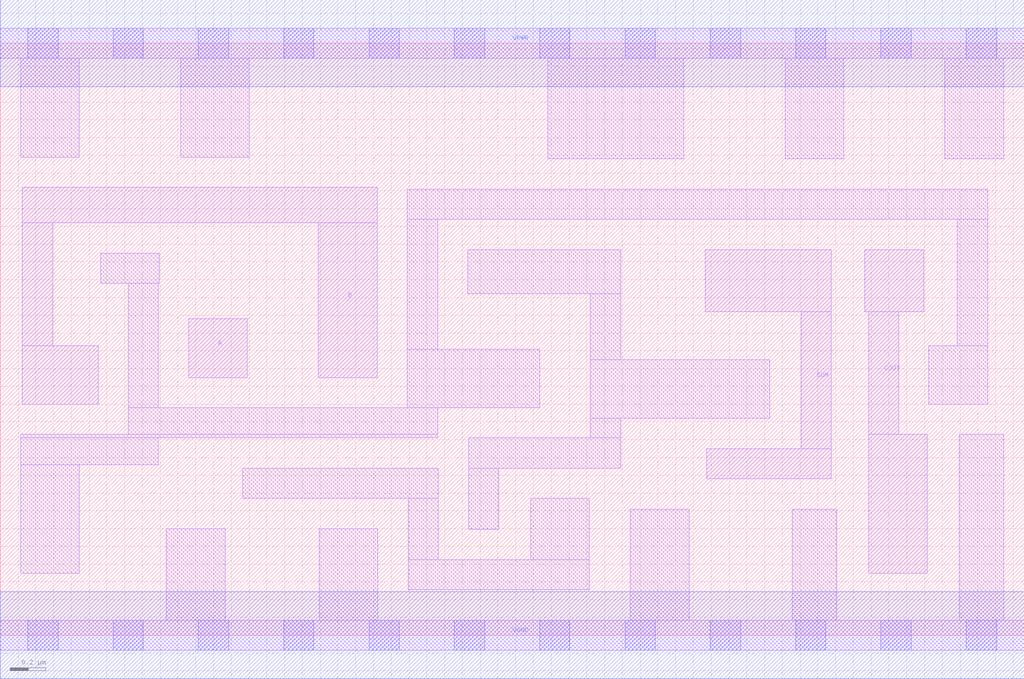
<source format=lef>
# Copyright 2020 The SkyWater PDK Authors
#
# Licensed under the Apache License, Version 2.0 (the "License");
# you may not use this file except in compliance with the License.
# You may obtain a copy of the License at
#
#     https://www.apache.org/licenses/LICENSE-2.0
#
# Unless required by applicable law or agreed to in writing, software
# distributed under the License is distributed on an "AS IS" BASIS,
# WITHOUT WARRANTIES OR CONDITIONS OF ANY KIND, either express or implied.
# See the License for the specific language governing permissions and
# limitations under the License.
#
# SPDX-License-Identifier: Apache-2.0

VERSION 5.7 ;
  NAMESCASESENSITIVE ON ;
  NOWIREEXTENSIONATPIN ON ;
  DIVIDERCHAR "/" ;
  BUSBITCHARS "[]" ;
UNITS
  DATABASE MICRONS 200 ;
END UNITS
MACRO sky130_fd_sc_hs__ha_2
  CLASS CORE ;
  SOURCE USER ;
  FOREIGN sky130_fd_sc_hs__ha_2 ;
  ORIGIN  0.000000  0.000000 ;
  SIZE  5.760000 BY  3.330000 ;
  SYMMETRY X Y ;
  SITE unit ;
  PIN A
    ANTENNAGATEAREA  0.522000 ;
    DIRECTION INPUT ;
    USE SIGNAL ;
    PORT
      LAYER li1 ;
        RECT 1.060000 1.450000 1.390000 1.780000 ;
    END
  END A
  PIN B
    ANTENNAGATEAREA  0.522000 ;
    DIRECTION INPUT ;
    USE SIGNAL ;
    PORT
      LAYER li1 ;
        RECT 0.125000 1.300000 0.550000 1.630000 ;
        RECT 0.125000 1.630000 0.295000 2.320000 ;
        RECT 0.125000 2.320000 2.120000 2.520000 ;
        RECT 1.790000 1.450000 2.120000 2.320000 ;
    END
  END B
  PIN COUT
    ANTENNADIFFAREA  0.543200 ;
    DIRECTION OUTPUT ;
    USE SIGNAL ;
    PORT
      LAYER li1 ;
        RECT 4.865000 1.820000 5.195000 2.170000 ;
        RECT 4.885000 0.350000 5.215000 1.130000 ;
        RECT 4.885000 1.130000 5.055000 1.820000 ;
    END
  END COUT
  PIN SUM
    ANTENNADIFFAREA  0.580200 ;
    DIRECTION OUTPUT ;
    USE SIGNAL ;
    PORT
      LAYER li1 ;
        RECT 3.965000 1.820000 4.675000 2.170000 ;
        RECT 3.975000 0.880000 4.675000 1.050000 ;
        RECT 4.505000 1.050000 4.675000 1.820000 ;
    END
  END SUM
  PIN VGND
    DIRECTION INOUT ;
    USE GROUND ;
    PORT
      LAYER met1 ;
        RECT 0.000000 -0.245000 5.760000 0.245000 ;
    END
  END VGND
  PIN VPWR
    DIRECTION INOUT ;
    USE POWER ;
    PORT
      LAYER met1 ;
        RECT 0.000000 3.085000 5.760000 3.575000 ;
    END
  END VPWR
  OBS
    LAYER li1 ;
      RECT 0.000000 -0.085000 5.760000 0.085000 ;
      RECT 0.000000  3.245000 5.760000 3.415000 ;
      RECT 0.115000  0.350000 0.445000 0.960000 ;
      RECT 0.115000  0.960000 0.890000 1.110000 ;
      RECT 0.115000  1.110000 2.460000 1.130000 ;
      RECT 0.115000  2.690000 0.445000 3.245000 ;
      RECT 0.565000  1.980000 0.895000 2.150000 ;
      RECT 0.720000  1.130000 2.460000 1.280000 ;
      RECT 0.720000  1.280000 0.890000 1.980000 ;
      RECT 0.935000  0.085000 1.265000 0.600000 ;
      RECT 1.015000  2.690000 1.400000 3.245000 ;
      RECT 1.365000  0.770000 2.465000 0.940000 ;
      RECT 1.795000  0.085000 2.125000 0.600000 ;
      RECT 2.290000  1.280000 3.035000 1.610000 ;
      RECT 2.290000  1.610000 2.460000 2.340000 ;
      RECT 2.290000  2.340000 5.555000 2.510000 ;
      RECT 2.295000  0.255000 3.315000 0.425000 ;
      RECT 2.295000  0.425000 2.465000 0.770000 ;
      RECT 2.630000  1.920000 3.490000 2.170000 ;
      RECT 2.635000  0.595000 2.805000 0.940000 ;
      RECT 2.635000  0.940000 3.490000 1.110000 ;
      RECT 2.985000  0.425000 3.315000 0.770000 ;
      RECT 3.080000  2.680000 3.845000 3.245000 ;
      RECT 3.320000  1.110000 3.490000 1.220000 ;
      RECT 3.320000  1.220000 4.330000 1.550000 ;
      RECT 3.320000  1.550000 3.490000 1.920000 ;
      RECT 3.545000  0.085000 3.875000 0.710000 ;
      RECT 4.415000  2.680000 4.745000 3.245000 ;
      RECT 4.455000  0.085000 4.705000 0.710000 ;
      RECT 5.225000  1.300000 5.555000 1.630000 ;
      RECT 5.315000  2.680000 5.645000 3.245000 ;
      RECT 5.385000  1.630000 5.555000 2.340000 ;
      RECT 5.395000  0.085000 5.645000 1.130000 ;
    LAYER mcon ;
      RECT 0.155000 -0.085000 0.325000 0.085000 ;
      RECT 0.155000  3.245000 0.325000 3.415000 ;
      RECT 0.635000 -0.085000 0.805000 0.085000 ;
      RECT 0.635000  3.245000 0.805000 3.415000 ;
      RECT 1.115000 -0.085000 1.285000 0.085000 ;
      RECT 1.115000  3.245000 1.285000 3.415000 ;
      RECT 1.595000 -0.085000 1.765000 0.085000 ;
      RECT 1.595000  3.245000 1.765000 3.415000 ;
      RECT 2.075000 -0.085000 2.245000 0.085000 ;
      RECT 2.075000  3.245000 2.245000 3.415000 ;
      RECT 2.555000 -0.085000 2.725000 0.085000 ;
      RECT 2.555000  3.245000 2.725000 3.415000 ;
      RECT 3.035000 -0.085000 3.205000 0.085000 ;
      RECT 3.035000  3.245000 3.205000 3.415000 ;
      RECT 3.515000 -0.085000 3.685000 0.085000 ;
      RECT 3.515000  3.245000 3.685000 3.415000 ;
      RECT 3.995000 -0.085000 4.165000 0.085000 ;
      RECT 3.995000  3.245000 4.165000 3.415000 ;
      RECT 4.475000 -0.085000 4.645000 0.085000 ;
      RECT 4.475000  3.245000 4.645000 3.415000 ;
      RECT 4.955000 -0.085000 5.125000 0.085000 ;
      RECT 4.955000  3.245000 5.125000 3.415000 ;
      RECT 5.435000 -0.085000 5.605000 0.085000 ;
      RECT 5.435000  3.245000 5.605000 3.415000 ;
  END
END sky130_fd_sc_hs__ha_2
END LIBRARY

</source>
